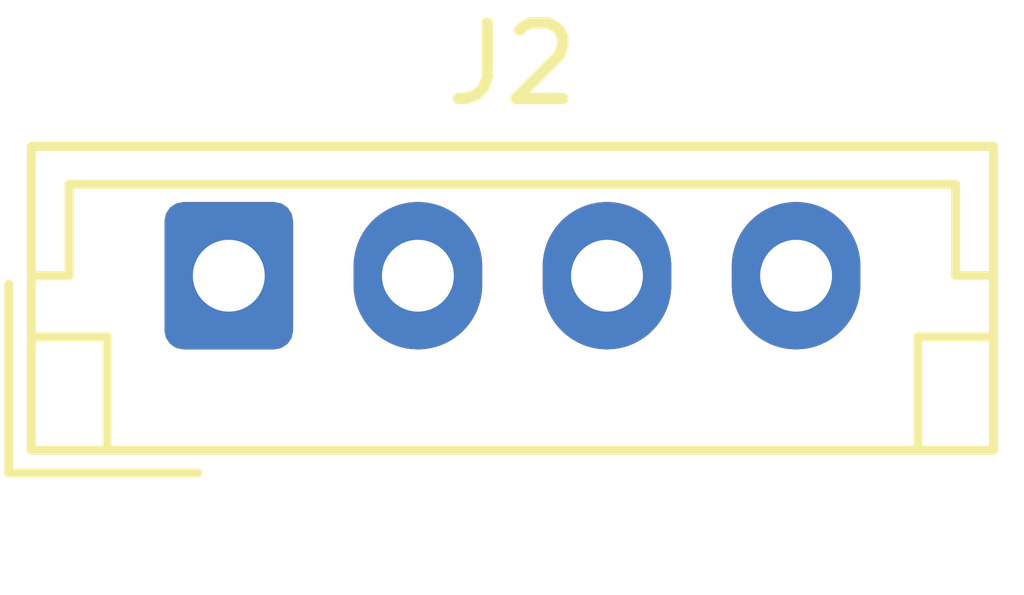
<source format=kicad_pcb>
(kicad_pcb (version 20240108) (generator "pcbnew") (generator_version "8.0")
  (layers (0 "F.Cu" signal) (31 "B.Cu" signal) (34 "B.Paste" user) (35 "F.Paste" user) (36 "B.SilkS" user "B.Silkscreen") (37 "F.SilkS" user "F.Silkscreen") (38 "B.Mask" user) (39 "F.Mask" user) (44 "Edge.Cuts" user))
  (net 0 "")
  (net 1 "TX")
  (net 2 "GNDREF")
  (net 3 "5V")
  (net 4 "RX")
  (footprint "Connector_JST:JST_EH_B4B-EH-A_1x04_P2.50mm_Vertical" (layer "F.Cu") (at 21 18)
    (property "Reference" "J2" (at 3.75 -2.8 0) (layer "F.SilkS"))
    (property "Value" "Conn_01x04_Pin")
    (fp_line (start -2.91 0.11) (end -2.91 2.61) (stroke (width 0.12)) (layer "F.SilkS"))
    (fp_line (start -2.91 2.61) (end -0.41 2.61) (stroke (width 0.12)) (layer "F.SilkS"))
    (fp_line (start -2.61 -1.71) (end -2.61 2.31) (stroke (width 0.12)) (layer "F.SilkS"))
    (fp_line (start -2.61 0) (end -2.11 0) (stroke (width 0.12)) (layer "F.SilkS"))
    (fp_line (start -2.61 0.81) (end -1.61 0.81) (stroke (width 0.12)) (layer "F.SilkS"))
    (fp_line (start -2.61 2.31) (end 10.11 2.31) (stroke (width 0.12)) (layer "F.SilkS"))
    (fp_line (start -2.11 -1.21) (end 9.61 -1.21) (stroke (width 0.12)) (layer "F.SilkS"))
    (fp_line (start -2.11 0) (end -2.11 -1.21) (stroke (width 0.12)) (layer "F.SilkS"))
    (fp_line (start -1.61 0.81) (end -1.61 2.31) (stroke (width 0.12)) (layer "F.SilkS"))
    (fp_line (start 9.11 0.81) (end 9.11 2.31) (stroke (width 0.12)) (layer "F.SilkS"))
    (fp_line (start 9.61 -1.21) (end 9.61 0) (stroke (width 0.12)) (layer "F.SilkS"))
    (fp_line (start 9.61 0) (end 10.11 0) (stroke (width 0.12)) (layer "F.SilkS"))
    (fp_line (start 10.11 -1.71) (end -2.61 -1.71) (stroke (width 0.12)) (layer "F.SilkS"))
    (fp_line (start 10.11 0.81) (end 9.11 0.81) (stroke (width 0.12)) (layer "F.SilkS"))
    (fp_line (start 10.11 2.31) (end 10.11 -1.71) (stroke (width 0.12)) (layer "F.SilkS"))
    (pad "1" thru_hole roundrect (at 0 0) (size 1.7 1.95) (drill 0.95) (layers "*.Cu" "*.Mask") (roundrect_rratio 0.147059) (net 3 "5V"))
    (pad "2" thru_hole oval (at 2.5 0) (size 1.7 1.95) (drill 0.95) (layers "*.Cu" "*.Mask") (net 1 "TX"))
    (pad "3" thru_hole oval (at 5 0) (size 1.7 1.95) (drill 0.95) (layers "*.Cu" "*.Mask") (net 4 "RX"))
    (pad "4" thru_hole oval (at 7.5 0) (size 1.7 1.95) (drill 0.95) (layers "*.Cu" "*.Mask") (net 2 "GNDREF"))
  )
)
</source>
